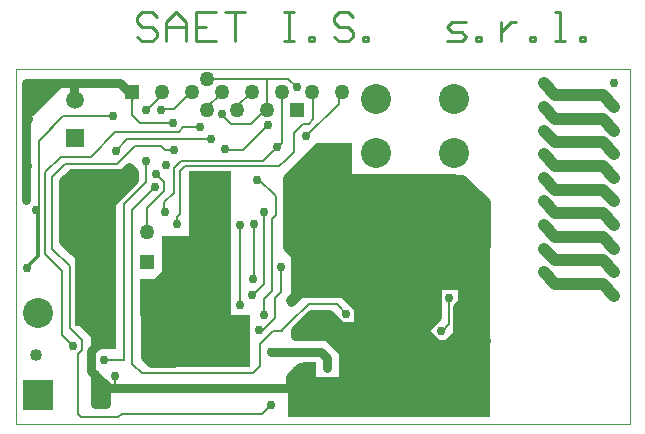
<source format=gbl>
*%FSLAX24Y24*%
*%MOIN*%
G01*
%ADD11C,0.0010*%
%ADD12C,0.0020*%
%ADD13C,0.0039*%
%ADD14C,0.0073*%
%ADD15C,0.0079*%
%ADD16C,0.0100*%
%ADD17O,0.0110X0.0394*%
%ADD18C,0.0118*%
%ADD19C,0.0120*%
%ADD20O,0.0150X0.0434*%
%ADD21C,0.0197*%
%ADD22C,0.0295*%
%ADD23C,0.0295*%
%ADD24C,0.0300*%
%ADD25C,0.0340*%
%ADD26C,0.0350*%
%ADD27C,0.0354*%
%ADD28C,0.0394*%
%ADD29O,0.0394X0.0110*%
%ADD30C,0.0394*%
%ADD31C,0.0394*%
%ADD32C,0.0400*%
%ADD33O,0.0434X0.0150*%
%ADD34C,0.0440*%
%ADD35C,0.0472*%
%ADD36C,0.0500*%
%ADD37C,0.0540*%
%ADD38C,0.0554*%
%ADD39C,0.0591*%
%ADD40C,0.0594*%
%ADD41C,0.0594*%
%ADD42C,0.0600*%
%ADD43C,0.0631*%
%ADD44C,0.0672*%
%ADD45C,0.1000*%
%ADD46C,0.1040*%
%ADD47C,0.1063*%
%ADD48C,0.1263*%
%ADD49R,0.0020X0.0020*%
%ADD50R,0.0059X0.0059*%
%ADD51R,0.0098X0.0315*%
%ADD52R,0.0100X0.0100*%
%ADD53R,0.0110X0.0299*%
%ADD54R,0.0138X0.0500*%
%ADD55R,0.0138X0.0355*%
%ADD56R,0.0150X0.0339*%
%ADD57R,0.0157X0.0079*%
%ADD58R,0.0178X0.0540*%
%ADD59R,0.0197X0.0119*%
%ADD60R,0.0200X0.0200*%
%ADD61R,0.0200X0.0250*%
%ADD62R,0.0200X0.0287*%
%ADD63R,0.0240X0.0290*%
%ADD64R,0.0240X0.0327*%
%ADD65R,0.0250X0.0200*%
%ADD66R,0.0287X0.0200*%
%ADD67R,0.0290X0.0240*%
%ADD68R,0.0299X0.0110*%
%ADD69R,0.0300X0.0300*%
%ADD70R,0.0300X0.0300*%
%ADD71R,0.0315X0.0098*%
%ADD72R,0.0327X0.0240*%
%ADD73R,0.0339X0.0150*%
%ADD74R,0.0340X0.0340*%
%ADD75R,0.0355X0.0138*%
%ADD76R,0.0360X0.0360*%
%ADD77R,0.0360X0.0500*%
%ADD78R,0.0400X0.0400*%
%ADD79R,0.0400X0.0400*%
%ADD80R,0.0400X0.0540*%
%ADD81R,0.0472X0.0433*%
%ADD82R,0.0500X0.0500*%
%ADD83R,0.0500X0.0500*%
%ADD84R,0.0500X0.0600*%
%ADD85R,0.0512X0.0473*%
%ADD86R,0.0540X0.0540*%
%ADD87R,0.0540X0.0640*%
%ADD88R,0.0591X0.0591*%
%ADD89R,0.0600X0.0500*%
%ADD90R,0.0600X0.0600*%
%ADD91R,0.0600X0.0600*%
%ADD92R,0.0631X0.0631*%
%ADD93R,0.0640X0.0540*%
%ADD94R,0.0640X0.0640*%
%ADD95R,0.0700X0.0700*%
%ADD96R,0.0787X0.0472*%
%ADD97R,0.0800X0.0800*%
%ADD98R,0.0827X0.0512*%
%ADD99R,0.0900X0.0900*%
%ADD100R,0.1000X0.1000*%
%ADD101R,0.1000X0.1000*%
%ADD102R,0.1024X0.1024*%
%ADD103R,0.1040X0.1040*%
%ADD104R,0.1100X0.1100*%
%ADD105R,0.1200X0.1200*%
%ADD106R,0.1339X0.1358*%
%ADD107R,0.1400X0.1400*%
%ADD108R,0.1500X0.1500*%
%ADD109R,0.1800X0.1800*%
%ADD110R,0.2200X0.2200*%
%ADD111R,0.2300X0.2300*%
G54D11*
X89781Y74911D02*
X110263D01*
Y86722D01*
X89781D01*
Y74911D01*
X110253D02*
Y86722D01*
X102133D01*
G54D15*
X91858Y75590D02*
Y75236D01*
X91858Y75472D02*
Y77116D01*
X91858Y77106D02*
Y77214D01*
X91995Y77352D01*
Y77706D01*
X91858Y77844D01*
X91907Y77795D02*
X91602Y78100D01*
Y79783D01*
Y79764D02*
Y80147D01*
X91011Y80738D01*
Y83140D01*
X91011D02*
X91434Y83563D01*
X93177D01*
X93777Y84163D01*
X94633D01*
X94771Y84025D01*
X95047D01*
X95312Y83671D02*
X95056Y83415D01*
Y82775D01*
Y82805D02*
Y82608D01*
Y82608D02*
X94732Y82283D01*
Y82145D01*
Y82273D02*
Y81939D01*
X95263Y81899D02*
Y82470D01*
Y83327D01*
X95352Y83415D01*
X95421Y83484D01*
X98560D01*
X98570D01*
X98797Y83710D01*
X98747Y83661D02*
X99053Y83966D01*
Y84586D01*
X99367Y84901D01*
X99554D01*
X99712Y85059D01*
Y85994D01*
X99151Y86132D02*
X98875Y86407D01*
X98846D01*
X96129D01*
X95667Y85984D02*
X95076Y85393D01*
X94633D01*
X94121Y85334D02*
X94692Y85905D01*
X93669Y85846D02*
Y85354D01*
X90549Y80492D02*
X90145Y80088D01*
X90549Y80492D02*
Y84330D01*
X90598Y84380D01*
X90588Y84370D02*
X91060Y84842D01*
X90932Y84714D02*
X91375Y85157D01*
X91562D01*
X91543D02*
X93049D01*
X93108Y84636D02*
X95214D01*
X95371Y84793D01*
X95952D01*
X96326Y84380D02*
X94141D01*
X94377D02*
X93747D01*
X93747D02*
X93511D01*
X93127Y83996D01*
X93108Y84636D02*
X92281Y83809D01*
X91287D01*
X90775Y83297D01*
Y83297D02*
Y80561D01*
X91326Y80010D01*
X91346Y79990D01*
Y77854D01*
X91346D02*
X91680Y77519D01*
X94141Y82953D02*
Y83671D01*
Y82953D02*
X93403Y82214D01*
Y80216D01*
Y80246D02*
Y77697D01*
Y78051D02*
Y77027D01*
X92734D01*
X104229Y78222D02*
Y79088D01*
Y78222D02*
X103983Y77976D01*
X100834Y78537D02*
X100489Y78881D01*
X100460Y78911D01*
X100460Y78909D02*
X99551D01*
X99547D02*
X98940Y78303D01*
X98974Y78336D02*
X98639Y78002D01*
X98649D02*
X98373D01*
X97921Y77549D01*
Y76821D01*
X97684Y76584D01*
X97507D01*
X97527D02*
X93984D01*
X94476D01*
X94397D02*
X95371D01*
X97251Y78789D02*
Y81575D01*
X97714Y81555D02*
Y79744D01*
X98068Y79557D02*
Y81978D01*
X98452Y81850D02*
Y82480D01*
Y82470D01*
Y82480D02*
X97871Y83061D01*
X98039Y83671D02*
X98403Y84035D01*
X98423Y84045D02*
X98649Y84271D01*
Y85994D01*
X98147Y86388D02*
Y85384D01*
X98117Y85393D02*
X97616Y84892D01*
X96966D01*
X96651Y85206D01*
X96139Y85413D02*
X96661Y85935D01*
X97143Y85453D02*
X97665Y85974D01*
X98206Y84862D02*
X97369Y84025D01*
X96759D01*
X98039Y83671D02*
X95352D01*
X95312D01*
X94742Y82953D02*
X94476Y83218D01*
Y82815D02*
X93678Y82017D01*
Y81978D01*
Y81890D01*
Y81565D01*
Y81575D02*
Y80433D01*
Y80502D02*
Y77303D01*
Y77382D02*
Y76880D01*
Y76890D02*
X93984Y76584D01*
X93088Y76476D02*
Y76151D01*
X93314Y75236D02*
X93206Y75128D01*
X91966D01*
X91858Y75236D01*
X93314D02*
X97990D01*
X97999D02*
X98304Y75541D01*
X97999Y75236D02*
X94594D01*
X94171Y81299D02*
Y82096D01*
X94742Y82667D01*
Y82953D01*
X95263Y81899D02*
X95175Y81811D01*
Y81545D01*
X98314Y81712D02*
X98452Y81850D01*
X98314Y81712D02*
Y79321D01*
X98049Y79055D01*
Y78454D01*
X98423Y78435D02*
Y79094D01*
X98629Y79301D01*
Y79390D01*
Y80147D01*
X98068Y79557D02*
X97694Y79183D01*
X97911Y78041D02*
X98029D01*
X98423Y78435D01*
X99446Y84458D02*
X100558Y85571D01*
X100568Y85571D02*
Y85974D01*
X95037Y84931D02*
X93944D01*
X93669Y85206D01*
Y85354D01*
G54D16*
X94482Y88467D02*
X94318Y88631D01*
X93990D01*
X93826Y88467D01*
Y88303D01*
X93990Y88139D01*
X94318D01*
X94482Y87975D01*
Y87811D01*
X94318Y87647D01*
X93990D01*
X93826Y87811D01*
X94810Y87647D02*
Y88303D01*
X95138Y88631D01*
X95466Y88303D01*
Y87647D01*
Y88139D01*
X94810D01*
X95794Y88631D02*
X96450D01*
X95794D02*
Y87647D01*
X96450D01*
X96122Y88139D02*
X95794D01*
X96778Y88631D02*
X97434D01*
X97106D01*
Y87647D01*
X98746Y88631D02*
X99074D01*
X98910D01*
Y87647D01*
X98746D01*
X99074D01*
X99566D02*
Y87811D01*
X99730D01*
Y87647D01*
X99566D01*
X100878Y88631D02*
X101042Y88467D01*
X100878Y88631D02*
X100550D01*
X100386Y88467D01*
Y88303D01*
X100550Y88139D01*
X100878D01*
X101042Y87975D01*
Y87811D01*
X100878Y87647D01*
X100550D01*
X100386Y87811D01*
X101370D02*
Y87647D01*
Y87811D02*
X101534D01*
Y87647D01*
X101370D01*
X104157D02*
X104649D01*
X104813Y87811D01*
X104649Y87975D01*
X104321D01*
X104157Y88139D01*
X104321Y88303D01*
X104813D01*
X105141Y87811D02*
Y87647D01*
Y87811D02*
X105305D01*
Y87647D01*
X105141D01*
X105961D02*
Y88303D01*
Y87975D02*
Y87647D01*
Y87975D02*
X106125Y88139D01*
X106289Y88303D01*
X106453D01*
X106945Y87811D02*
Y87647D01*
Y87811D02*
X107109D01*
Y87647D01*
X106945D01*
X107765D02*
X108093D01*
X107929D01*
Y88631D01*
X107765D01*
X108585Y87811D02*
Y87647D01*
Y87811D02*
X108749D01*
Y87647D01*
X108585D01*
G54D18*
X90539Y82027D02*
Y80502D01*
X90165Y80128D01*
G54D21*
X99318Y76132D02*
X104289D01*
X104476Y78789D02*
X104712Y79025D01*
G54D22*
X93669Y85846D02*
X93265Y86250D01*
X90224D01*
X90116D02*
Y82362D01*
X92547Y77549D02*
X92310Y77313D01*
X92468Y77834D02*
X92035Y78267D01*
X92556Y78464D02*
X92114Y78907D01*
X92527D01*
X92301Y80079D02*
X91375Y81004D01*
X91493Y81063D02*
X91848Y80708D01*
X92143Y82047D02*
X93560Y83464D01*
X93738Y83287D01*
Y83021D01*
X92773Y82057D01*
X92980Y82244D02*
Y81781D01*
X92369Y81978D02*
X93531Y83140D01*
X93373Y83258D02*
X91799D01*
X91651D02*
X91375Y82982D01*
X92675Y83061D02*
X93236D01*
X92310Y77313D02*
Y76663D01*
X92862Y76112D01*
X92930Y76082D02*
X94397D01*
X94200D02*
X99171D01*
X99299Y76092D02*
Y76683D01*
X99249Y76801D02*
X99486D01*
X99249D02*
X98915Y76466D01*
Y76171D01*
X99082Y75994D02*
Y76516D01*
X103934Y77342D02*
X104633Y78041D01*
X103826Y77553D02*
X103314Y78064D01*
X103294Y77936D02*
X103836Y78478D01*
Y79570D01*
X103668Y79511D02*
Y78448D01*
X101257Y78694D02*
X100656Y79295D01*
X100637Y78153D02*
X101237D01*
X101217Y77936D02*
X100263D01*
X100204Y77834D02*
X99102D01*
X99106Y77823D02*
Y78039D01*
X99637Y78571D01*
X99633Y78563D02*
X100096D01*
X100027Y78556D02*
X100233D01*
X100637Y78153D01*
X100489Y78123D02*
X100095D01*
X99997Y78130D02*
X99367D01*
X99269Y77903D02*
X99938D01*
X100027Y77956D02*
X100853Y77129D01*
X100174Y77090D02*
Y76775D01*
X100165Y77086D02*
X99968Y77283D01*
X99958Y77293D02*
X98738D01*
X98304D02*
X99328D01*
X100027Y77956D02*
Y78556D01*
X100017Y78366D02*
X99633D01*
X100076Y78251D02*
X100322D01*
X100499Y77720D02*
X101129D01*
X95066Y76939D02*
X94633D01*
X94112Y77460D01*
Y77529D01*
X94082Y77519D02*
Y77126D01*
X94289Y76919D01*
X94308D02*
Y76939D01*
X94928D01*
X94938Y77116D02*
X94545D01*
X94545Y77313D02*
Y78838D01*
X94505Y78927D02*
X95135D01*
X94771Y78868D02*
Y77323D01*
X94318Y77441D02*
Y78592D01*
X94082Y78504D02*
X94505Y78927D01*
X94436Y79557D02*
X94909Y80029D01*
X95667Y80708D02*
Y78917D01*
X92803Y76063D02*
Y75551D01*
X92428D01*
Y75561D02*
Y76575D01*
X92625Y76289D02*
Y75610D01*
X94082Y77500D02*
Y78504D01*
X98826Y80787D02*
X99220Y80393D01*
X98826Y80787D02*
Y82549D01*
X98816Y82588D02*
Y83080D01*
X99850Y84114D01*
X99889Y83897D02*
X98826Y82834D01*
X98816Y82588D02*
X100007D01*
X99919Y82795D02*
X99279D01*
X99358Y82549D02*
Y80472D01*
X99102Y80551D02*
Y82519D01*
X99003Y82687D02*
X100027Y83710D01*
X99968Y83327D02*
X99525Y82884D01*
X99604Y82559D02*
Y80846D01*
X99102Y80659D02*
Y79675D01*
Y79704D02*
Y79399D01*
X99121Y79409D02*
X99249Y79537D01*
X99102Y79458D02*
Y79350D01*
Y79193D01*
X98944Y79035D01*
X98974Y78966D02*
X99259Y79252D01*
X91730Y85699D02*
Y86250D01*
X91178Y86201D02*
X90263Y85285D01*
X90312Y85620D02*
X90893Y86201D01*
X90578Y86181D02*
X90204Y85807D01*
X104299Y83071D02*
X104673D01*
X105450Y82293D01*
Y82264D01*
Y80836D01*
X105253Y81388D02*
X104377Y82264D01*
X104387Y81958D02*
X104879Y81466D01*
X104643Y81447D02*
X104249Y81840D01*
X104308Y82598D02*
X105381Y81525D01*
X105332Y81870D02*
X104328Y82874D01*
X104427Y83071D02*
X105371Y82126D01*
G54D24*
X92428Y75551D02*
D03*
X92803D02*
D03*
X93088Y76486D02*
D03*
X92409Y76565D02*
D03*
X92743Y77037D02*
D03*
X91690Y77510D02*
D03*
X92114Y78907D02*
D03*
X92419Y80610D02*
D03*
X92665Y82017D02*
D03*
X92527Y83248D02*
D03*
X91799Y83258D02*
D03*
X90204Y83494D02*
D03*
X90125Y82382D02*
D03*
X90480Y82017D02*
D03*
X91533Y81663D02*
D03*
X90165Y80088D02*
D03*
X94702Y79704D02*
D03*
X94879Y80945D02*
D03*
X95175Y81545D02*
D03*
X94751Y81949D02*
D03*
X94446Y82805D02*
D03*
X94476Y83218D02*
D03*
X94781Y83543D02*
D03*
X95047Y84025D02*
D03*
X95037Y84921D02*
D03*
X94633Y85364D02*
D03*
X94131Y85374D02*
D03*
X93039Y85157D02*
D03*
X93127Y83996D02*
D03*
X94141Y83671D02*
D03*
X96287Y84409D02*
D03*
X95923Y84793D02*
D03*
X96661Y85216D02*
D03*
X96356Y80836D02*
D03*
X96690Y79734D02*
D03*
X95598Y78071D02*
D03*
X95047Y78327D02*
D03*
X94476Y78277D02*
D03*
X94397Y76998D02*
D03*
Y76082D02*
D03*
X95539Y76073D02*
D03*
X90224Y85069D02*
D03*
Y86201D02*
D03*
X96759Y84055D02*
D03*
X98501Y84114D02*
D03*
X98206Y84862D02*
D03*
X99466Y84488D02*
D03*
X99988Y84045D02*
D03*
X100804Y84075D02*
D03*
X100322Y83425D02*
D03*
X100696Y82815D02*
D03*
Y82027D02*
D03*
X100214Y81752D02*
D03*
X100086Y82342D02*
D03*
X99810Y82815D02*
D03*
X99003Y82785D02*
D03*
X99318Y81870D02*
D03*
X98049Y81958D02*
D03*
X97734Y81545D02*
D03*
X97251Y81535D02*
D03*
X97822Y83031D02*
D03*
X97704Y79724D02*
D03*
X97665Y79183D02*
D03*
X97251Y78858D02*
D03*
X98058Y78523D02*
D03*
X97911Y78041D02*
D03*
X98304Y77303D02*
D03*
X98629Y77293D02*
D03*
X99121Y76673D02*
D03*
X99003Y76240D02*
D03*
X99603Y76785D02*
D03*
X100174D02*
D03*
X100991Y77316D02*
D03*
X101857Y77070D02*
D03*
Y76352D02*
D03*
X102793Y76496D02*
D03*
X102773Y77037D02*
D03*
X103482Y76919D02*
D03*
X103482Y76240D02*
D03*
X104131Y76575D02*
D03*
X104190Y75964D02*
D03*
X104712Y76004D02*
D03*
X105135Y76260D02*
D03*
X105125Y76899D02*
D03*
X105460Y77165D02*
D03*
X105490Y77647D02*
D03*
X104614Y77667D02*
D03*
X104545Y76949D02*
D03*
X105480Y76614D02*
D03*
X105106Y78464D02*
D03*
X105440Y78917D02*
D03*
X105342Y79517D02*
D03*
X105214Y80098D02*
D03*
X104673Y79970D02*
D03*
X104712Y80417D02*
D03*
Y81204D02*
D03*
X104308Y81525D02*
D03*
X104633Y82027D02*
D03*
Y82815D02*
D03*
X103846D02*
D03*
X103058D02*
D03*
Y82027D02*
D03*
X103846D02*
D03*
X102271D02*
D03*
Y82815D02*
D03*
X101484D02*
D03*
Y82027D02*
D03*
X101916Y80505D02*
D03*
X102596Y80541D02*
D03*
X103413Y80531D02*
D03*
X103560Y78976D02*
D03*
X102851Y78921D02*
D03*
X102684Y79295D02*
D03*
X104229Y79088D02*
D03*
X103964Y77986D02*
D03*
X103639Y77671D02*
D03*
X100794Y78556D02*
D03*
X100125Y78330D02*
D03*
X98984Y79035D02*
D03*
X98629Y80138D02*
D03*
X99397Y80564D02*
D03*
X100991Y80545D02*
D03*
X105342Y80856D02*
D03*
Y81663D02*
D03*
X105293Y82460D02*
D03*
X107383Y82315D02*
D03*
Y81528D02*
D03*
X107412Y81515D02*
D03*
X107383Y80740D02*
D03*
Y79953D02*
D03*
X109745D02*
D03*
Y80740D02*
D03*
Y81528D02*
D03*
Y82315D02*
D03*
Y83102D02*
D03*
Y83890D02*
D03*
Y84677D02*
D03*
Y85465D02*
D03*
Y86252D02*
D03*
X107383D02*
D03*
Y85465D02*
D03*
Y84677D02*
D03*
Y83890D02*
D03*
Y83102D02*
D03*
X109745Y79165D02*
D03*
X96838Y76073D02*
D03*
X99151Y86132D02*
D03*
X99269Y75748D02*
D03*
X99003Y75285D02*
D03*
X99663Y75275D02*
D03*
X100558D02*
D03*
X100991Y75728D02*
D03*
X101877D02*
D03*
X102301Y75275D02*
D03*
X103068Y75246D02*
D03*
X102763Y75728D02*
D03*
X103511Y75669D02*
D03*
X104023Y75295D02*
D03*
X104860D02*
D03*
X105401Y75679D02*
D03*
X101464Y75246D02*
D03*
X100106Y75728D02*
D03*
X98304Y75541D02*
D03*
X96661Y83002D02*
D03*
Y82608D02*
D03*
Y82214D02*
D03*
X95873Y83002D02*
D03*
X96267D02*
D03*
Y82608D02*
D03*
X95873D02*
D03*
Y82214D02*
D03*
X96267D02*
D03*
G54D31*
X107383Y82315D02*
X107777Y81921D01*
X109352D01*
X109745Y81528D01*
Y82315D02*
X109352Y82709D01*
X107777D01*
X107383Y83102D01*
X107777Y83496D02*
X107383Y83890D01*
X107777Y83496D02*
X109352D01*
X109745Y83102D01*
Y83890D02*
X109352Y84284D01*
X107777D01*
X107383Y84677D01*
X107777Y85071D02*
X107383Y85465D01*
X107777Y85858D02*
X107383Y86252D01*
X107777Y85858D02*
X109352D01*
X109352D02*
X109745Y85465D01*
X109352Y85071D02*
X109745Y84677D01*
X109352Y85071D02*
X107777D01*
X107383Y81528D02*
X107777Y81134D01*
X107383Y80740D02*
X107777Y80347D01*
X109352D01*
X109352D02*
X109745Y79953D01*
Y80740D02*
X109352Y81134D01*
X107777D01*
X107383Y79953D02*
X107777Y79559D01*
X109352D01*
X109745Y79165D01*
G54D32*
X90460Y77204D02*
D03*
G54D36*
X96169Y86388D02*
D03*
X94180Y81285D02*
D03*
X96151Y85374D02*
D03*
X97151D02*
D03*
X98151D02*
D03*
X94659Y85964D02*
D03*
X95659D02*
D03*
X96659D02*
D03*
X97659D02*
D03*
X98659D02*
D03*
X99659D02*
D03*
X100659D02*
D03*
G54D39*
X91749Y85708D02*
D03*
G54D45*
X104397Y83917D02*
D03*
X101797Y85717D02*
D03*
Y83917D02*
D03*
X104397Y85717D02*
D03*
X90539Y78582D02*
D03*
G54D52*
X104427Y76175D02*
X104484D01*
Y77798D01*
X104427D01*
Y76175D01*
X101740Y80791D02*
X102437D01*
Y80839D01*
X101740D01*
Y80791D01*
G54D60*
X105422Y75228D02*
X105498D01*
Y80894D01*
X105422D01*
Y75228D01*
G54D70*
X99527Y76275D02*
X100477D01*
Y76300D01*
X99527D01*
Y76275D01*
X92962Y80209D02*
X92977D01*
Y80873D01*
X92962D01*
Y80209D01*
G54D79*
X91792Y83162D02*
X92524D01*
Y83205D01*
X91792D01*
Y83162D01*
X99577Y76621D02*
X99610D01*
Y76752D01*
X99577D01*
Y76621D01*
G54D82*
X94180Y80285D02*
D03*
X99151Y85374D02*
D03*
X93659Y85964D02*
D03*
G54D88*
X91749Y84429D02*
D03*
G54D91*
X104835Y79069D02*
X105042D01*
Y79099D01*
X104835D01*
Y79069D01*
X92069Y78449D02*
X92089D01*
Y78607D01*
X92069D01*
Y78449D01*
G54D97*
X91628Y82536D02*
X92580D01*
Y82612D01*
X91628D01*
Y82536D01*
X92169Y80587D02*
X92422D01*
Y80653D01*
X92169D01*
Y80587D01*
X92710Y77782D02*
X92727D01*
Y79718D01*
X92710D01*
Y77782D01*
G54D99*
X104827Y76572D02*
X104892D01*
Y78388D01*
X104827D01*
Y76572D01*
G54D100*
X90539Y75846D02*
D03*
G54D101*
X95163Y80027D02*
X95216D01*
Y80671D01*
X95163D01*
Y80027D01*
X92269Y79388D02*
X92322D01*
Y79687D01*
X92269D01*
Y79388D01*
G54D104*
X91778Y81544D02*
X92577D01*
Y81595D01*
X91778D01*
Y81544D01*
X99406Y75678D02*
X104802D01*
Y75680D01*
X99406D01*
Y75678D01*
X96984Y77331D02*
X97056D01*
Y77983D01*
X96984D01*
Y77331D01*
X96345Y79044D02*
X96426D01*
Y79440D01*
X96345D01*
Y79044D01*
G54D105*
X100391Y83228D02*
X100392D01*
Y83662D01*
X100391D01*
Y83228D01*
X94534Y79084D02*
X94968D01*
Y79134D01*
X94534D01*
Y79084D01*
G54D107*
X96258Y80670D02*
X96276D01*
Y82627D01*
X96258D01*
Y80670D01*
G54D108*
X101328Y76875D02*
X103647D01*
Y76960D01*
X101328D01*
Y76875D01*
X95600Y77531D02*
X95694D01*
Y78325D01*
X95600D01*
Y77531D01*
G54D109*
X100110Y79998D02*
X101754D01*
Y80019D01*
X100110D01*
Y79998D01*
X101950Y78571D02*
X102739D01*
Y78591D01*
X101950D01*
Y78571D01*
G54D110*
X102771Y80460D02*
X104271D01*
Y80504D01*
X102771D01*
Y80460D01*
G54D111*
X100803Y82006D02*
X103306D01*
Y82068D01*
X100803D01*
Y82006D01*
D02*
M02*

</source>
